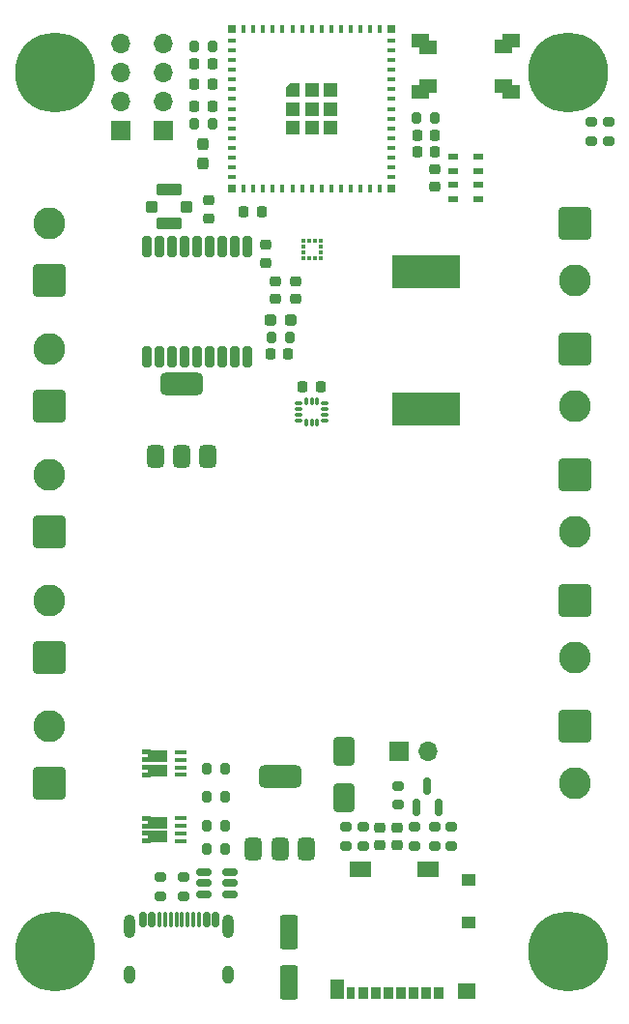
<source format=gbr>
%TF.GenerationSoftware,KiCad,Pcbnew,9.0.3*%
%TF.CreationDate,2025-07-12T21:26:52+09:00*%
%TF.ProjectId,AViC m4,41566943-206d-4342-9e6b-696361645f70,rev?*%
%TF.SameCoordinates,Original*%
%TF.FileFunction,Soldermask,Top*%
%TF.FilePolarity,Negative*%
%FSLAX46Y46*%
G04 Gerber Fmt 4.6, Leading zero omitted, Abs format (unit mm)*
G04 Created by KiCad (PCBNEW 9.0.3) date 2025-07-12 21:26:52*
%MOMM*%
%LPD*%
G01*
G04 APERTURE LIST*
G04 Aperture macros list*
%AMRoundRect*
0 Rectangle with rounded corners*
0 $1 Rounding radius*
0 $2 $3 $4 $5 $6 $7 $8 $9 X,Y pos of 4 corners*
0 Add a 4 corners polygon primitive as box body*
4,1,4,$2,$3,$4,$5,$6,$7,$8,$9,$2,$3,0*
0 Add four circle primitives for the rounded corners*
1,1,$1+$1,$2,$3*
1,1,$1+$1,$4,$5*
1,1,$1+$1,$6,$7*
1,1,$1+$1,$8,$9*
0 Add four rect primitives between the rounded corners*
20,1,$1+$1,$2,$3,$4,$5,0*
20,1,$1+$1,$4,$5,$6,$7,0*
20,1,$1+$1,$6,$7,$8,$9,0*
20,1,$1+$1,$8,$9,$2,$3,0*%
%AMOutline5P*
0 Free polygon, 5 corners , with rotation*
0 The origin of the aperture is its center*
0 number of corners: always 5*
0 $1 to $10 corner X, Y*
0 $11 Rotation angle, in degrees counterclockwise*
0 create outline with 5 corners*
4,1,5,$1,$2,$3,$4,$5,$6,$7,$8,$9,$10,$1,$2,$11*%
%AMOutline6P*
0 Free polygon, 6 corners , with rotation*
0 The origin of the aperture is its center*
0 number of corners: always 6*
0 $1 to $12 corner X, Y*
0 $13 Rotation angle, in degrees counterclockwise*
0 create outline with 6 corners*
4,1,6,$1,$2,$3,$4,$5,$6,$7,$8,$9,$10,$11,$12,$1,$2,$13*%
%AMOutline7P*
0 Free polygon, 7 corners , with rotation*
0 The origin of the aperture is its center*
0 number of corners: always 7*
0 $1 to $14 corner X, Y*
0 $15 Rotation angle, in degrees counterclockwise*
0 create outline with 7 corners*
4,1,7,$1,$2,$3,$4,$5,$6,$7,$8,$9,$10,$11,$12,$13,$14,$1,$2,$15*%
%AMOutline8P*
0 Free polygon, 8 corners , with rotation*
0 The origin of the aperture is its center*
0 number of corners: always 8*
0 $1 to $16 corner X, Y*
0 $17 Rotation angle, in degrees counterclockwise*
0 create outline with 8 corners*
4,1,8,$1,$2,$3,$4,$5,$6,$7,$8,$9,$10,$11,$12,$13,$14,$15,$16,$1,$2,$17*%
%AMFreePoly0*
4,1,11,1.372500,0.165000,0.862500,0.165000,0.862500,-0.090000,1.372500,-0.090000,1.372500,-0.495000,-0.862500,-0.495000,-0.862500,0.495000,0.612500,0.495000,0.612500,0.587500,1.372500,0.587500,1.372500,0.165000,1.372500,0.165000,$1*%
%AMFreePoly1*
4,1,11,1.372500,0.090000,0.862500,0.090000,0.862500,-0.165000,1.372500,-0.165000,1.372500,-0.587500,0.612500,-0.587500,0.612500,-0.495000,-0.862500,-0.495000,-0.862500,0.495000,1.372500,0.495000,1.372500,0.090000,1.372500,0.090000,$1*%
G04 Aperture macros list end*
%ADD10RoundRect,0.225000X0.225000X0.250000X-0.225000X0.250000X-0.225000X-0.250000X0.225000X-0.250000X0*%
%ADD11R,0.800000X0.400000*%
%ADD12R,0.400000X0.800000*%
%ADD13Outline5P,-0.600000X0.204000X-0.204000X0.600000X0.600000X0.600000X0.600000X-0.600000X-0.600000X-0.600000X0.000000*%
%ADD14R,1.200000X1.200000*%
%ADD15R,0.800000X0.800000*%
%ADD16R,1.700000X1.700000*%
%ADD17O,1.700000X1.700000*%
%ADD18R,0.990000X0.405000*%
%ADD19FreePoly0,180.000000*%
%ADD20FreePoly1,180.000000*%
%ADD21RoundRect,0.250001X-1.149999X1.149999X-1.149999X-1.149999X1.149999X-1.149999X1.149999X1.149999X0*%
%ADD22C,2.800000*%
%ADD23RoundRect,0.250000X-0.650000X1.000000X-0.650000X-1.000000X0.650000X-1.000000X0.650000X1.000000X0*%
%ADD24R,6.000000X3.000000*%
%ADD25RoundRect,0.200000X0.200000X0.275000X-0.200000X0.275000X-0.200000X-0.275000X0.200000X-0.275000X0*%
%ADD26RoundRect,0.225000X-0.225000X-0.250000X0.225000X-0.250000X0.225000X0.250000X-0.225000X0.250000X0*%
%ADD27RoundRect,0.225000X-0.250000X0.225000X-0.250000X-0.225000X0.250000X-0.225000X0.250000X0.225000X0*%
%ADD28RoundRect,0.218750X-0.256250X0.218750X-0.256250X-0.218750X0.256250X-0.218750X0.256250X0.218750X0*%
%ADD29RoundRect,0.250001X1.149999X-1.149999X1.149999X1.149999X-1.149999X1.149999X-1.149999X-1.149999X0*%
%ADD30C,7.000000*%
%ADD31RoundRect,0.200000X-0.200000X-0.275000X0.200000X-0.275000X0.200000X0.275000X-0.200000X0.275000X0*%
%ADD32RoundRect,0.237500X0.287500X0.237500X-0.287500X0.237500X-0.287500X-0.237500X0.287500X-0.237500X0*%
%ADD33RoundRect,0.200000X0.275000X-0.200000X0.275000X0.200000X-0.275000X0.200000X-0.275000X-0.200000X0*%
%ADD34R,1.550000X1.300000*%
%ADD35RoundRect,0.150000X-0.512500X-0.150000X0.512500X-0.150000X0.512500X0.150000X-0.512500X0.150000X0*%
%ADD36R,0.375000X0.350000*%
%ADD37R,0.350000X0.375000*%
%ADD38RoundRect,0.375000X0.375000X-0.625000X0.375000X0.625000X-0.375000X0.625000X-0.375000X-0.625000X0*%
%ADD39RoundRect,0.500000X1.400000X-0.500000X1.400000X0.500000X-1.400000X0.500000X-1.400000X-0.500000X0*%
%ADD40RoundRect,0.200000X-0.275000X0.200000X-0.275000X-0.200000X0.275000X-0.200000X0.275000X0.200000X0*%
%ADD41RoundRect,0.225000X0.250000X-0.225000X0.250000X0.225000X-0.250000X0.225000X-0.250000X-0.225000X0*%
%ADD42R,0.850000X1.100000*%
%ADD43R,0.750000X1.100000*%
%ADD44R,1.200000X1.000000*%
%ADD45R,1.550000X1.350000*%
%ADD46R,1.900000X1.350000*%
%ADD47R,1.170000X1.800000*%
%ADD48RoundRect,0.087500X-0.225000X-0.087500X0.225000X-0.087500X0.225000X0.087500X-0.225000X0.087500X0*%
%ADD49RoundRect,0.087500X-0.087500X-0.225000X0.087500X-0.225000X0.087500X0.225000X-0.087500X0.225000X0*%
%ADD50RoundRect,0.200000X0.200000X-0.700000X0.200000X0.700000X-0.200000X0.700000X-0.200000X-0.700000X0*%
%ADD51RoundRect,0.250000X0.550000X-1.250000X0.550000X1.250000X-0.550000X1.250000X-0.550000X-1.250000X0*%
%ADD52RoundRect,0.150000X-0.150000X-0.500000X0.150000X-0.500000X0.150000X0.500000X-0.150000X0.500000X0*%
%ADD53RoundRect,0.075000X-0.075000X-0.575000X0.075000X-0.575000X0.075000X0.575000X-0.075000X0.575000X0*%
%ADD54O,1.000000X2.100000*%
%ADD55O,1.000000X1.600000*%
%ADD56RoundRect,0.100000X-0.400000X0.400000X-0.400000X-0.400000X0.400000X-0.400000X0.400000X0.400000X0*%
%ADD57RoundRect,0.105000X-0.995000X0.420000X-0.995000X-0.420000X0.995000X-0.420000X0.995000X0.420000X0*%
%ADD58RoundRect,0.237500X0.237500X-0.287500X0.237500X0.287500X-0.237500X0.287500X-0.237500X-0.287500X0*%
%ADD59R,0.950000X0.550000*%
%ADD60RoundRect,0.150000X0.150000X-0.587500X0.150000X0.587500X-0.150000X0.587500X-0.150000X-0.587500X0*%
G04 APERTURE END LIST*
D10*
%TO.C,C4*%
X197050000Y-70750000D03*
X198600000Y-70750000D03*
%TD*%
D11*
%TO.C,U8*%
X196000000Y-55750000D03*
X196000000Y-56600000D03*
X196000000Y-57450000D03*
X196000000Y-58300000D03*
X196000000Y-59150000D03*
X196000000Y-60000000D03*
X196000000Y-60850000D03*
X196000000Y-61700000D03*
X196000000Y-62550000D03*
X196000000Y-63400000D03*
X196000000Y-64250000D03*
X196000000Y-65100000D03*
X196000000Y-65950000D03*
X196000000Y-66800000D03*
X196000000Y-67650000D03*
D12*
X197050000Y-68700000D03*
X197900000Y-68700000D03*
X198750000Y-68700000D03*
X199600000Y-68700000D03*
X200450000Y-68700000D03*
X201300000Y-68700000D03*
X202150000Y-68700000D03*
X203000000Y-68700000D03*
X203850000Y-68700000D03*
X204700000Y-68700000D03*
X205550000Y-68700000D03*
X206400000Y-68700000D03*
X207250000Y-68700000D03*
X208100000Y-68700000D03*
X208950000Y-68700000D03*
D11*
X210000000Y-67650000D03*
X210000000Y-66800000D03*
X210000000Y-65950000D03*
X210000000Y-65100000D03*
X210000000Y-64250000D03*
X210000000Y-63400000D03*
X210000000Y-62550000D03*
X210000000Y-61700000D03*
X210000000Y-60850000D03*
X210000000Y-60000000D03*
X210000000Y-59150000D03*
X210000000Y-58300000D03*
X210000000Y-57450000D03*
X210000000Y-56600000D03*
X210000000Y-55750000D03*
D12*
X208950000Y-54700000D03*
X208100000Y-54700000D03*
X207250000Y-54700000D03*
X206400000Y-54700000D03*
X205550000Y-54700000D03*
X204700000Y-54700000D03*
X203850000Y-54700000D03*
X203000000Y-54700000D03*
X202150000Y-54700000D03*
X201300000Y-54700000D03*
X200450000Y-54700000D03*
X199600000Y-54700000D03*
X198750000Y-54700000D03*
X197900000Y-54700000D03*
X197050000Y-54700000D03*
D13*
X201350000Y-60050000D03*
D14*
X201350000Y-61700000D03*
X201350000Y-63350000D03*
X203000000Y-60050000D03*
X203000000Y-61700000D03*
X203000000Y-63350000D03*
X204650000Y-60050000D03*
X204650000Y-61700000D03*
X204650000Y-63350000D03*
D15*
X196000000Y-54700000D03*
X196000000Y-68700000D03*
X210000000Y-68700000D03*
X210000000Y-54700000D03*
%TD*%
D16*
%TO.C,J12*%
X186250000Y-63600000D03*
D17*
X186250000Y-61060000D03*
X186250000Y-58520000D03*
X186250000Y-55980000D03*
%TD*%
D18*
%TO.C,Q2*%
X191500000Y-125795000D03*
X191500000Y-125135000D03*
X191500000Y-124475000D03*
X191500000Y-123815000D03*
D19*
X189507500Y-125412500D03*
D20*
X189507500Y-124197500D03*
%TD*%
D21*
%TO.C,J13*%
X226032500Y-82750000D03*
D22*
X226032500Y-87750000D03*
%TD*%
D23*
%TO.C,D2*%
X205800000Y-118000000D03*
X205800000Y-122000000D03*
%TD*%
D24*
%TO.C,BZ1*%
X213000000Y-88000000D03*
X213000000Y-76000000D03*
%TD*%
D25*
%TO.C,R14*%
X194325000Y-56200000D03*
X192675000Y-56200000D03*
%TD*%
D26*
%TO.C,C18*%
X212225000Y-65470000D03*
X213775000Y-65470000D03*
%TD*%
D27*
%TO.C,C2*%
X209000000Y-124650000D03*
X209000000Y-126200000D03*
%TD*%
D28*
%TO.C,L1*%
X194000000Y-69712500D03*
X194000000Y-71287500D03*
%TD*%
D27*
%TO.C,C3*%
X210500000Y-124650000D03*
X210500000Y-126200000D03*
%TD*%
D29*
%TO.C,J7*%
X179967500Y-98750000D03*
D22*
X179967500Y-93750000D03*
%TD*%
D25*
%TO.C,R9*%
X195425000Y-119470000D03*
X193775000Y-119470000D03*
%TD*%
D30*
%TO.C,H2*%
X225500000Y-58500000D03*
%TD*%
D29*
%TO.C,J9*%
X179967500Y-109750000D03*
D22*
X179967500Y-104750000D03*
%TD*%
D31*
%TO.C,R16*%
X212175000Y-62470000D03*
X213825000Y-62470000D03*
%TD*%
D32*
%TO.C,D1*%
X201150000Y-80200000D03*
X199400000Y-80200000D03*
%TD*%
D21*
%TO.C,J16*%
X226032500Y-115750000D03*
D22*
X226032500Y-120750000D03*
%TD*%
D26*
%TO.C,C9*%
X199375000Y-83200000D03*
X200925000Y-83200000D03*
%TD*%
D27*
%TO.C,C7*%
X199800000Y-76825000D03*
X199800000Y-78375000D03*
%TD*%
D33*
%TO.C,R11*%
X210600000Y-122650000D03*
X210600000Y-121000000D03*
%TD*%
D30*
%TO.C,H3*%
X225500000Y-135500000D03*
%TD*%
D25*
%TO.C,R6*%
X195425000Y-126500000D03*
X193775000Y-126500000D03*
%TD*%
D34*
%TO.C,SW1*%
X212520000Y-55750000D03*
X220480000Y-55750000D03*
X212520000Y-60250000D03*
X220480000Y-60250000D03*
%TD*%
D35*
%TO.C,U5*%
X193530000Y-128550000D03*
X193530000Y-129500000D03*
X193530000Y-130450000D03*
X195805000Y-130450000D03*
X195805000Y-129500000D03*
X195805000Y-128550000D03*
%TD*%
D10*
%TO.C,C16*%
X194275000Y-59500000D03*
X192725000Y-59500000D03*
%TD*%
D30*
%TO.C,H1*%
X180500000Y-58500000D03*
%TD*%
D36*
%TO.C,U2*%
X202237500Y-73250000D03*
X202237500Y-73750000D03*
X202237500Y-74250000D03*
X202237500Y-74750000D03*
D37*
X202750000Y-74762500D03*
X203250000Y-74762500D03*
D36*
X203762500Y-74750000D03*
X203762500Y-74250000D03*
X203762500Y-73750000D03*
X203762500Y-73250000D03*
D37*
X203250000Y-73237500D03*
X202750000Y-73237500D03*
%TD*%
D33*
%TO.C,R18*%
X229000000Y-64500000D03*
X229000000Y-62850000D03*
%TD*%
%TO.C,R13*%
X189780000Y-130625000D03*
X189780000Y-128975000D03*
%TD*%
D34*
%TO.C,*%
X213200000Y-56300000D03*
%TD*%
D29*
%TO.C,J3*%
X179967500Y-76750000D03*
D22*
X179967500Y-71750000D03*
%TD*%
D38*
%TO.C,U6*%
X197900000Y-126500000D03*
X200200000Y-126500000D03*
D39*
X200200000Y-120200000D03*
D38*
X202500000Y-126500000D03*
%TD*%
D33*
%TO.C,R12*%
X191780000Y-130625000D03*
X191780000Y-128975000D03*
%TD*%
D40*
%TO.C,R3*%
X206000000Y-124600000D03*
X206000000Y-126250000D03*
%TD*%
D21*
%TO.C,J14*%
X226032500Y-93750000D03*
D22*
X226032500Y-98750000D03*
%TD*%
D31*
%TO.C,R19*%
X192675000Y-63000000D03*
X194325000Y-63000000D03*
%TD*%
D41*
%TO.C,C8*%
X199000000Y-75175000D03*
X199000000Y-73625000D03*
%TD*%
D42*
%TO.C,J1*%
X214090000Y-139110000D03*
X212990000Y-139110000D03*
X211890000Y-139110000D03*
X210790000Y-139110000D03*
X209690000Y-139110000D03*
X208590000Y-139110000D03*
X207490000Y-139110000D03*
D43*
X206440000Y-139110000D03*
D44*
X216725000Y-132960000D03*
X216725000Y-129260000D03*
D45*
X216550000Y-138985000D03*
D46*
X213225000Y-128285000D03*
X207255000Y-128285000D03*
D47*
X205230000Y-138760000D03*
%TD*%
D10*
%TO.C,C15*%
X194275000Y-61500000D03*
X192725000Y-61500000D03*
%TD*%
%TO.C,C1*%
X203775000Y-86000000D03*
X202225000Y-86000000D03*
%TD*%
D31*
%TO.C,R10*%
X199450000Y-81700000D03*
X201100000Y-81700000D03*
%TD*%
D29*
%TO.C,J6*%
X179967500Y-87750000D03*
D22*
X179967500Y-82750000D03*
%TD*%
D10*
%TO.C,C14*%
X194275000Y-57800000D03*
X192725000Y-57800000D03*
%TD*%
D48*
%TO.C,U1*%
X201837500Y-87500000D03*
X201837500Y-88000000D03*
X201837500Y-88500000D03*
X201837500Y-89000000D03*
D49*
X202500000Y-89162500D03*
X203000000Y-89162500D03*
X203500000Y-89162500D03*
D48*
X204162500Y-89000000D03*
X204162500Y-88500000D03*
X204162500Y-88000000D03*
X204162500Y-87500000D03*
D49*
X203500000Y-87337500D03*
X203000000Y-87337500D03*
X202500000Y-87337500D03*
%TD*%
D34*
%TO.C,*%
X219800000Y-56200000D03*
%TD*%
D50*
%TO.C,U4*%
X188550000Y-83450000D03*
X189650000Y-83450000D03*
X190750000Y-83450000D03*
X191850000Y-83450000D03*
X192950000Y-83450000D03*
X194050000Y-83450000D03*
X195150000Y-83450000D03*
X196250000Y-83450000D03*
X197350000Y-83450000D03*
X197350000Y-73750000D03*
X196250000Y-73750000D03*
X195150000Y-73750000D03*
X194050000Y-73750000D03*
X192950000Y-73750000D03*
X191850000Y-73750000D03*
X190750000Y-73750000D03*
X189650000Y-73750000D03*
X188550000Y-73750000D03*
%TD*%
D21*
%TO.C,J11*%
X226032500Y-71750000D03*
D22*
X226032500Y-76750000D03*
%TD*%
D51*
%TO.C,C10*%
X201000000Y-138200000D03*
X201000000Y-133800000D03*
%TD*%
D40*
%TO.C,R5*%
X212000000Y-124600000D03*
X212000000Y-126250000D03*
%TD*%
D29*
%TO.C,J10*%
X179967500Y-120750000D03*
D22*
X179967500Y-115750000D03*
%TD*%
D21*
%TO.C,J15*%
X226032500Y-104750000D03*
D22*
X226032500Y-109750000D03*
%TD*%
D25*
%TO.C,R7*%
X195425000Y-124490000D03*
X193775000Y-124490000D03*
%TD*%
D52*
%TO.C,J5*%
X188190000Y-132680000D03*
X188990000Y-132680000D03*
D53*
X190140000Y-132680000D03*
X191140000Y-132680000D03*
X191640000Y-132680000D03*
X192640000Y-132680000D03*
D52*
X193790000Y-132680000D03*
X194590000Y-132680000D03*
X194590000Y-132680000D03*
X193790000Y-132680000D03*
D53*
X193140000Y-132680000D03*
X192140000Y-132680000D03*
X190640000Y-132680000D03*
X189640000Y-132680000D03*
D52*
X188990000Y-132680000D03*
X188190000Y-132680000D03*
D54*
X187070000Y-133320000D03*
D55*
X187070000Y-137500000D03*
D54*
X195710000Y-133320000D03*
D55*
X195710000Y-137500000D03*
%TD*%
D56*
%TO.C,J4*%
X192000000Y-70250000D03*
D57*
X190500000Y-71725000D03*
D56*
X189000000Y-70250000D03*
D57*
X190500000Y-68775000D03*
%TD*%
D38*
%TO.C,U7*%
X189300000Y-92100000D03*
X191600000Y-92100000D03*
D39*
X191600000Y-85800000D03*
D38*
X193900000Y-92100000D03*
%TD*%
D40*
%TO.C,R2*%
X215250000Y-124600000D03*
X215250000Y-126250000D03*
%TD*%
D30*
%TO.C,H4*%
X180500000Y-135500000D03*
%TD*%
D16*
%TO.C,J8*%
X210620000Y-117955000D03*
D17*
X213160000Y-117955000D03*
%TD*%
D27*
%TO.C,C6*%
X201600000Y-76825000D03*
X201600000Y-78375000D03*
%TD*%
D34*
%TO.C,*%
X219800000Y-59700000D03*
%TD*%
D33*
%TO.C,R17*%
X227500000Y-64500000D03*
X227500000Y-62850000D03*
%TD*%
D40*
%TO.C,R1*%
X213750000Y-124600000D03*
X213750000Y-126250000D03*
%TD*%
D16*
%TO.C,J2*%
X190000000Y-63620000D03*
D17*
X190000000Y-61080000D03*
X190000000Y-58540000D03*
X190000000Y-56000000D03*
%TD*%
D26*
%TO.C,C17*%
X212225000Y-64000000D03*
X213775000Y-64000000D03*
%TD*%
D40*
%TO.C,R4*%
X207500000Y-124600000D03*
X207500000Y-126250000D03*
%TD*%
D25*
%TO.C,R8*%
X195425000Y-121980000D03*
X193775000Y-121980000D03*
%TD*%
D34*
%TO.C,*%
X213200000Y-59700000D03*
%TD*%
D58*
%TO.C,D4*%
X193500000Y-66500000D03*
X193500000Y-64750000D03*
%TD*%
D59*
%TO.C,U3*%
X215425000Y-65875000D03*
X215425000Y-67125000D03*
X215425000Y-68375000D03*
X215425000Y-69625000D03*
X217575000Y-69625000D03*
X217575000Y-68375000D03*
X217575000Y-67125000D03*
X217575000Y-65875000D03*
%TD*%
D18*
%TO.C,Q1*%
X191500000Y-120020000D03*
X191500000Y-119360000D03*
X191500000Y-118700000D03*
X191500000Y-118040000D03*
D19*
X189507500Y-119637500D03*
D20*
X189507500Y-118422500D03*
%TD*%
D27*
%TO.C,C5*%
X213750000Y-66975000D03*
X213750000Y-68525000D03*
%TD*%
D60*
%TO.C,Q3*%
X212195000Y-122885000D03*
X214095000Y-122885000D03*
X213145000Y-121010000D03*
%TD*%
M02*

</source>
